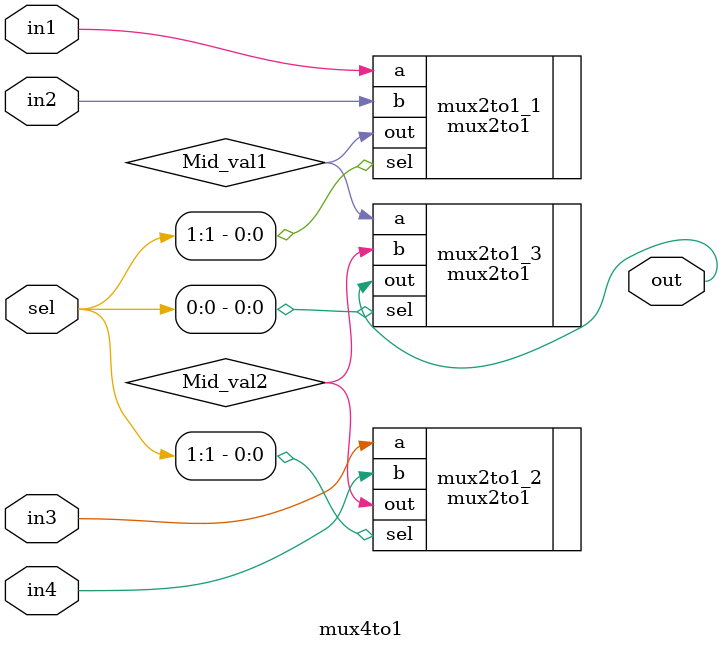
<source format=v>
module mux4to1(in1,in2,in3,in4,sel,out);
	input in1,in2,in3,in4;
	input [1:0] sel;
	output out;
	
	wire Mid_Val1,Mid_val2;
	
	mux2to1 mux2to1_1(.a(in1),.b(in2),.out(Mid_val1),.sel(sel[1]));
	mux2to1 mux2to1_2(.a(in3),.b(in4),.out(Mid_val2),.sel(sel[1]));
	mux2to1 mux2to1_3(.a(Mid_val1),.b(Mid_val2),.out(out),.sel(sel[0]));
endmodule
</source>
